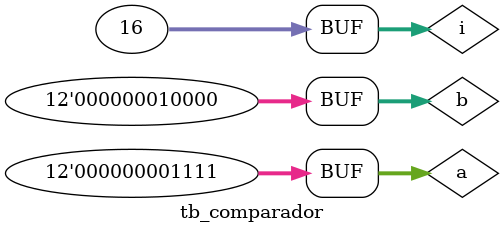
<source format=v>
module tb_comparador;
  
	reg [11:0] a, b;  
	wire s;  
	integer i;
	
	//Instancia a unidade a ser testada   
	comparador uut(
		.a(a),
		.b(b),
		.s(s)
	);
	
	//Teste para dois casos: a = b e a != b
	initial begin  
		for (i = 0;i < 16;i = i+1)  
      begin   
           a = i;  
           b = i;  
           #20;  
      end   
      for (i = 0;i < 16;i = i+1)  
      begin   
           a = i;  
           b = i+1;  
           #20;  
      end     
	end
   
endmodule
</source>
